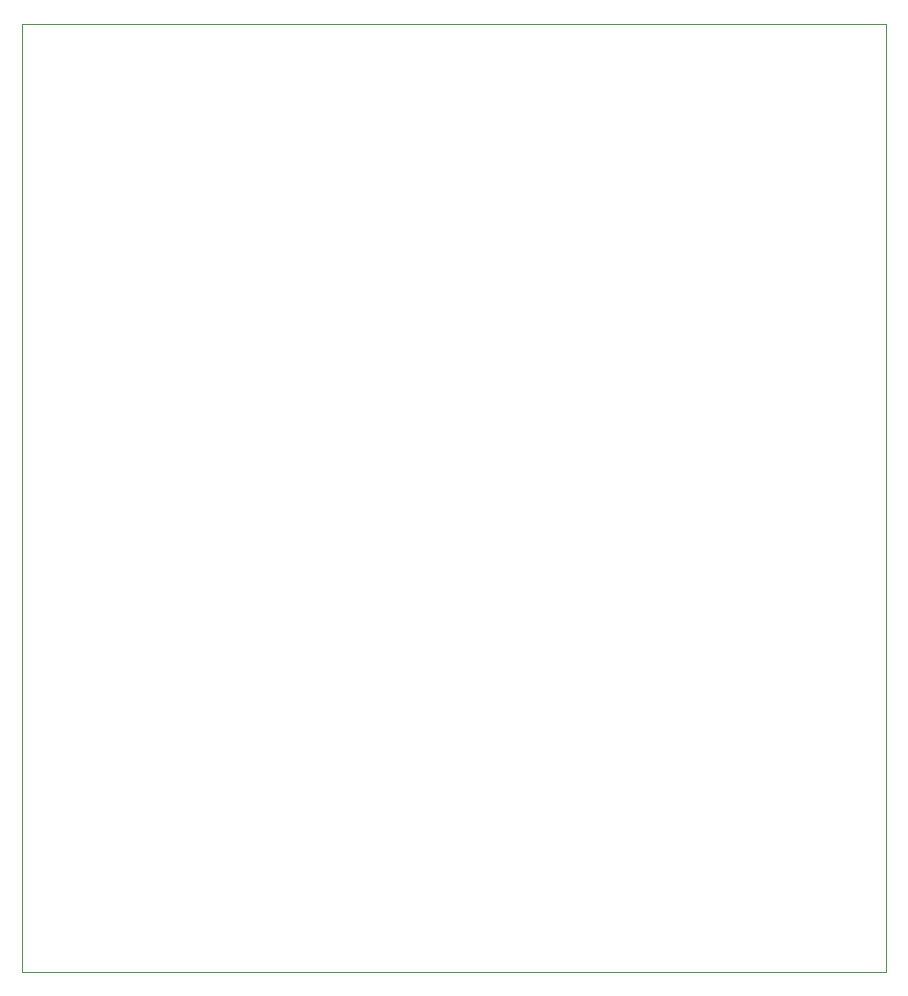
<source format=gm1>
%TF.GenerationSoftware,KiCad,Pcbnew,(6.0.2-0)*%
%TF.CreationDate,2022-08-15T15:03:28+01:00*%
%TF.ProjectId,esp8266_sprinkler_controller,65737038-3236-4365-9f73-7072696e6b6c,rev?*%
%TF.SameCoordinates,Original*%
%TF.FileFunction,Profile,NP*%
%FSLAX46Y46*%
G04 Gerber Fmt 4.6, Leading zero omitted, Abs format (unit mm)*
G04 Created by KiCad (PCBNEW (6.0.2-0)) date 2022-08-15 15:03:28*
%MOMM*%
%LPD*%
G01*
G04 APERTURE LIST*
%TA.AperFunction,Profile*%
%ADD10C,0.100000*%
%TD*%
G04 APERTURE END LIST*
D10*
X63500000Y-40640000D02*
X136652000Y-40640000D01*
X136652000Y-40640000D02*
X136652000Y-120904000D01*
X136652000Y-120904000D02*
X63500000Y-120904000D01*
X63500000Y-120904000D02*
X63500000Y-40640000D01*
M02*

</source>
